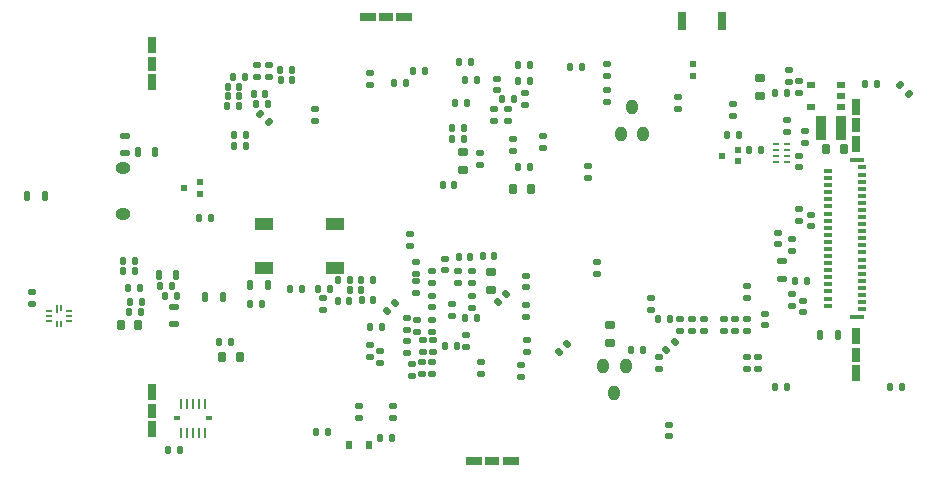
<source format=gbp>
G04*
G04 #@! TF.GenerationSoftware,Altium Limited,Altium Designer,22.2.1 (43)*
G04*
G04 Layer_Color=128*
%FSLAX25Y25*%
%MOIN*%
G70*
G04*
G04 #@! TF.SameCoordinates,6C9F7B6B-14DB-4A3D-A1FA-6D2C2168172C*
G04*
G04*
G04 #@! TF.FilePolarity,Positive*
G04*
G01*
G75*
%ADD25R,0.03150X0.05512*%
%ADD26R,0.03150X0.04921*%
%ADD27R,0.05512X0.03150*%
%ADD28R,0.04921X0.03150*%
G04:AMPARAMS|DCode=29|XSize=23.62mil|YSize=19.68mil|CornerRadius=3.94mil|HoleSize=0mil|Usage=FLASHONLY|Rotation=0.000|XOffset=0mil|YOffset=0mil|HoleType=Round|Shape=RoundedRectangle|*
%AMROUNDEDRECTD29*
21,1,0.02362,0.01181,0,0,0.0*
21,1,0.01575,0.01968,0,0,0.0*
1,1,0.00787,0.00787,-0.00591*
1,1,0.00787,-0.00787,-0.00591*
1,1,0.00787,-0.00787,0.00591*
1,1,0.00787,0.00787,0.00591*
%
%ADD29ROUNDEDRECTD29*%
G04:AMPARAMS|DCode=32|XSize=23.62mil|YSize=19.68mil|CornerRadius=3.94mil|HoleSize=0mil|Usage=FLASHONLY|Rotation=90.000|XOffset=0mil|YOffset=0mil|HoleType=Round|Shape=RoundedRectangle|*
%AMROUNDEDRECTD32*
21,1,0.02362,0.01181,0,0,90.0*
21,1,0.01575,0.01968,0,0,90.0*
1,1,0.00787,0.00591,0.00787*
1,1,0.00787,0.00591,-0.00787*
1,1,0.00787,-0.00591,-0.00787*
1,1,0.00787,-0.00591,0.00787*
%
%ADD32ROUNDEDRECTD32*%
%ADD51R,0.01968X0.02362*%
%ADD61R,0.04528X0.01181*%
%ADD62R,0.03150X0.01181*%
%ADD63R,0.02559X0.01181*%
G04:AMPARAMS|DCode=64|XSize=31.5mil|YSize=19.68mil|CornerRadius=2.76mil|HoleSize=0mil|Usage=FLASHONLY|Rotation=180.000|XOffset=0mil|YOffset=0mil|HoleType=Round|Shape=RoundedRectangle|*
%AMROUNDEDRECTD64*
21,1,0.03150,0.01417,0,0,180.0*
21,1,0.02598,0.01968,0,0,180.0*
1,1,0.00551,-0.01299,0.00709*
1,1,0.00551,0.01299,0.00709*
1,1,0.00551,0.01299,-0.00709*
1,1,0.00551,-0.01299,-0.00709*
%
%ADD64ROUNDEDRECTD64*%
G04:AMPARAMS|DCode=65|XSize=31.5mil|YSize=19.68mil|CornerRadius=2.76mil|HoleSize=0mil|Usage=FLASHONLY|Rotation=270.000|XOffset=0mil|YOffset=0mil|HoleType=Round|Shape=RoundedRectangle|*
%AMROUNDEDRECTD65*
21,1,0.03150,0.01417,0,0,270.0*
21,1,0.02598,0.01968,0,0,270.0*
1,1,0.00551,-0.00709,-0.01299*
1,1,0.00551,-0.00709,0.01299*
1,1,0.00551,0.00709,0.01299*
1,1,0.00551,0.00709,-0.01299*
%
%ADD65ROUNDEDRECTD65*%
G04:AMPARAMS|DCode=66|XSize=23.62mil|YSize=19.68mil|CornerRadius=3.94mil|HoleSize=0mil|Usage=FLASHONLY|Rotation=45.000|XOffset=0mil|YOffset=0mil|HoleType=Round|Shape=RoundedRectangle|*
%AMROUNDEDRECTD66*
21,1,0.02362,0.01181,0,0,45.0*
21,1,0.01575,0.01968,0,0,45.0*
1,1,0.00787,0.00974,0.00139*
1,1,0.00787,-0.00139,-0.00974*
1,1,0.00787,-0.00974,-0.00139*
1,1,0.00787,0.00139,0.00974*
%
%ADD66ROUNDEDRECTD66*%
G04:AMPARAMS|DCode=67|XSize=35.43mil|YSize=23.62mil|CornerRadius=4.72mil|HoleSize=0mil|Usage=FLASHONLY|Rotation=270.000|XOffset=0mil|YOffset=0mil|HoleType=Round|Shape=RoundedRectangle|*
%AMROUNDEDRECTD67*
21,1,0.03543,0.01417,0,0,270.0*
21,1,0.02598,0.02362,0,0,270.0*
1,1,0.00945,-0.00709,-0.01299*
1,1,0.00945,-0.00709,0.01299*
1,1,0.00945,0.00709,0.01299*
1,1,0.00945,0.00709,-0.01299*
%
%ADD67ROUNDEDRECTD67*%
%ADD69R,0.03346X0.07874*%
G04:AMPARAMS|DCode=70|XSize=35.43mil|YSize=23.62mil|CornerRadius=4.72mil|HoleSize=0mil|Usage=FLASHONLY|Rotation=180.000|XOffset=0mil|YOffset=0mil|HoleType=Round|Shape=RoundedRectangle|*
%AMROUNDEDRECTD70*
21,1,0.03543,0.01417,0,0,180.0*
21,1,0.02598,0.02362,0,0,180.0*
1,1,0.00945,-0.01299,0.00709*
1,1,0.00945,0.01299,0.00709*
1,1,0.00945,0.01299,-0.00709*
1,1,0.00945,-0.01299,-0.00709*
%
%ADD70ROUNDEDRECTD70*%
G04:AMPARAMS|DCode=150|XSize=23.62mil|YSize=19.68mil|CornerRadius=3.94mil|HoleSize=0mil|Usage=FLASHONLY|Rotation=315.000|XOffset=0mil|YOffset=0mil|HoleType=Round|Shape=RoundedRectangle|*
%AMROUNDEDRECTD150*
21,1,0.02362,0.01181,0,0,315.0*
21,1,0.01575,0.01968,0,0,315.0*
1,1,0.00787,0.00139,-0.00974*
1,1,0.00787,-0.00974,0.00139*
1,1,0.00787,-0.00139,0.00974*
1,1,0.00787,0.00974,-0.00139*
%
%ADD150ROUNDEDRECTD150*%
%ADD151O,0.04000X0.05000*%
%ADD152R,0.02362X0.01969*%
%ADD154R,0.02224X0.00787*%
%ADD155R,0.00984X0.03248*%
%ADD156R,0.01870X0.01181*%
%ADD157R,0.05906X0.04134*%
%ADD158R,0.03150X0.02362*%
%ADD159R,0.02217X0.00866*%
%ADD160R,0.00866X0.02217*%
%ADD161R,0.00866X0.02610*%
%ADD162R,0.02362X0.03150*%
%ADD163R,0.03150X0.06299*%
%ADD164O,0.05000X0.04000*%
D25*
X56520Y131378D02*
D03*
Y143622D02*
D03*
X56520Y15764D02*
D03*
Y28008D02*
D03*
X291339Y34429D02*
D03*
Y46673D02*
D03*
Y110807D02*
D03*
Y123051D02*
D03*
D26*
X56520Y137500D02*
D03*
X56520Y21886D02*
D03*
X291339Y40551D02*
D03*
Y116929D02*
D03*
D27*
X176161Y5098D02*
D03*
X163917D02*
D03*
X140740Y152980D02*
D03*
X128496D02*
D03*
D28*
X170039Y5098D02*
D03*
X134618Y152980D02*
D03*
D29*
X150001Y52106D02*
D03*
Y48169D02*
D03*
X260975Y54213D02*
D03*
X255050Y39732D02*
D03*
X258672Y39771D02*
D03*
X223110Y55471D02*
D03*
X181575Y45415D02*
D03*
X268448Y114764D02*
D03*
Y118701D02*
D03*
X272355Y102906D02*
D03*
Y106843D02*
D03*
X181391Y56966D02*
D03*
X204820Y67301D02*
D03*
X247389Y48307D02*
D03*
X240669Y48386D02*
D03*
X236693Y48465D02*
D03*
X255039Y48346D02*
D03*
X250995Y48307D02*
D03*
X225590Y39724D02*
D03*
Y35787D02*
D03*
X265158Y77284D02*
D03*
Y81221D02*
D03*
X273727Y54616D02*
D03*
Y58553D02*
D03*
X254894Y63307D02*
D03*
Y59370D02*
D03*
X270000Y75079D02*
D03*
Y79016D02*
D03*
X181575Y41478D02*
D03*
X161334Y43027D02*
D03*
Y46964D02*
D03*
X250276Y123976D02*
D03*
Y120039D02*
D03*
X272173Y85203D02*
D03*
Y89140D02*
D03*
X276299Y83234D02*
D03*
Y87171D02*
D03*
X113591Y59434D02*
D03*
Y55497D02*
D03*
X125601Y23336D02*
D03*
Y19399D02*
D03*
X129241Y43747D02*
D03*
Y39810D02*
D03*
X132791Y41766D02*
D03*
Y37829D02*
D03*
X136991Y23436D02*
D03*
Y19499D02*
D03*
X141496Y52715D02*
D03*
Y48778D02*
D03*
X141732Y44998D02*
D03*
Y41061D02*
D03*
X16772Y57559D02*
D03*
Y61496D02*
D03*
X142491Y76819D02*
D03*
Y80756D02*
D03*
X110991Y122266D02*
D03*
Y118329D02*
D03*
X91746Y133118D02*
D03*
Y137055D02*
D03*
X129291Y130529D02*
D03*
Y134466D02*
D03*
X95591Y133129D02*
D03*
Y137066D02*
D03*
X149960Y37966D02*
D03*
Y34029D02*
D03*
X150303Y45266D02*
D03*
Y41329D02*
D03*
X143282Y37324D02*
D03*
Y33387D02*
D03*
X146491Y34029D02*
D03*
Y37966D02*
D03*
X146903Y45370D02*
D03*
Y41433D02*
D03*
X145003Y52062D02*
D03*
Y48125D02*
D03*
X144755Y61141D02*
D03*
Y65078D02*
D03*
X149900Y64419D02*
D03*
Y68356D02*
D03*
X149907Y60209D02*
D03*
Y56272D02*
D03*
X144791Y71466D02*
D03*
Y67529D02*
D03*
X156680Y53476D02*
D03*
Y57413D02*
D03*
X154449Y72557D02*
D03*
Y68620D02*
D03*
X179507Y37060D02*
D03*
Y33123D02*
D03*
X166360Y37900D02*
D03*
Y33963D02*
D03*
X228976Y13240D02*
D03*
Y17177D02*
D03*
X236693Y52402D02*
D03*
X232716Y52284D02*
D03*
Y48346D02*
D03*
X181391Y53029D02*
D03*
X240669Y52323D02*
D03*
X247389Y52244D02*
D03*
X260975Y50276D02*
D03*
X250995Y52244D02*
D03*
X255039Y52284D02*
D03*
X255050Y35795D02*
D03*
X158531Y68416D02*
D03*
Y64479D02*
D03*
X165931Y107716D02*
D03*
Y103779D02*
D03*
X170603Y122370D02*
D03*
Y118433D02*
D03*
X175349Y122439D02*
D03*
Y118501D02*
D03*
X171550Y128582D02*
D03*
Y132518D02*
D03*
X177111Y112492D02*
D03*
Y108555D02*
D03*
X181011Y123855D02*
D03*
Y127792D02*
D03*
X201903Y103270D02*
D03*
Y99333D02*
D03*
X186903Y113466D02*
D03*
Y109529D02*
D03*
X208403Y124725D02*
D03*
Y128662D02*
D03*
X269951Y60682D02*
D03*
Y56745D02*
D03*
X268837Y135385D02*
D03*
Y131448D02*
D03*
X231850Y122362D02*
D03*
Y126299D02*
D03*
X208403Y137270D02*
D03*
Y133333D02*
D03*
X272165Y127717D02*
D03*
Y131653D02*
D03*
X274174Y111134D02*
D03*
Y115071D02*
D03*
X163231Y68316D02*
D03*
Y64379D02*
D03*
X163431Y60116D02*
D03*
Y56179D02*
D03*
X181403Y62925D02*
D03*
Y66862D02*
D03*
X223110Y59407D02*
D03*
X258672Y35834D02*
D03*
X204820Y71238D02*
D03*
D32*
X94459Y127297D02*
D03*
X90522D02*
D03*
X225276Y52323D02*
D03*
X302552Y29740D02*
D03*
X306488D02*
D03*
X61992Y8760D02*
D03*
X65929D02*
D03*
X259629Y108800D02*
D03*
X255692D02*
D03*
X271102Y65116D02*
D03*
X82992Y44826D02*
D03*
X79055D02*
D03*
X220315Y42165D02*
D03*
X216378D02*
D03*
X252150Y113820D02*
D03*
X248213D02*
D03*
X93268Y57480D02*
D03*
X89331D02*
D03*
X76260Y86221D02*
D03*
X72323D02*
D03*
X53307Y57992D02*
D03*
X49370D02*
D03*
X49092Y54580D02*
D03*
X53029D02*
D03*
X59324Y63472D02*
D03*
X63261D02*
D03*
X51024Y68347D02*
D03*
X47087D02*
D03*
X52480Y62598D02*
D03*
X48543D02*
D03*
X60905Y59921D02*
D03*
X64842D02*
D03*
X115959Y62497D02*
D03*
X112022D02*
D03*
X102722D02*
D03*
X106659D02*
D03*
X51024Y71750D02*
D03*
X47087D02*
D03*
X115315Y14724D02*
D03*
X111378D02*
D03*
X136609Y12637D02*
D03*
X132672D02*
D03*
X133259Y49797D02*
D03*
X129322D02*
D03*
X122436Y58371D02*
D03*
X118499D02*
D03*
X118654Y65329D02*
D03*
X122591D02*
D03*
X126423Y62164D02*
D03*
X122486D02*
D03*
X126465Y65523D02*
D03*
X130402D02*
D03*
X126480Y58853D02*
D03*
X130418D02*
D03*
X87822Y110197D02*
D03*
X83885D02*
D03*
X87822Y113697D02*
D03*
X83885D02*
D03*
X85659Y123331D02*
D03*
X81722D02*
D03*
X91222Y123997D02*
D03*
X95159D02*
D03*
X85759Y126664D02*
D03*
X81822D02*
D03*
X85759Y129897D02*
D03*
X81822D02*
D03*
X87559Y133197D02*
D03*
X83622D02*
D03*
X141176Y130997D02*
D03*
X137239D02*
D03*
X103447Y132126D02*
D03*
X99510D02*
D03*
X103247Y135526D02*
D03*
X99310D02*
D03*
X158189Y43268D02*
D03*
X154252D02*
D03*
X161022Y52797D02*
D03*
X164959D02*
D03*
X268150Y29685D02*
D03*
X264213D02*
D03*
X162776Y72997D02*
D03*
X158839D02*
D03*
X157429Y97220D02*
D03*
X153491D02*
D03*
X160676Y112497D02*
D03*
X156739D02*
D03*
X160676Y115997D02*
D03*
X156739D02*
D03*
X178643Y103223D02*
D03*
X182580D02*
D03*
X157631Y124497D02*
D03*
X161568D02*
D03*
X161131Y131997D02*
D03*
X165068D02*
D03*
X143735Y135097D02*
D03*
X147672D02*
D03*
X162942Y137997D02*
D03*
X159005D02*
D03*
X177376Y125597D02*
D03*
X173439D02*
D03*
X178659Y137023D02*
D03*
X182596D02*
D03*
X182680Y131623D02*
D03*
X178743D02*
D03*
X268354Y127815D02*
D03*
X264417D02*
D03*
X196131Y136497D02*
D03*
X200068D02*
D03*
X294449Y130827D02*
D03*
X298386D02*
D03*
X166831Y73497D02*
D03*
X170768D02*
D03*
X229213Y52323D02*
D03*
X275039Y65116D02*
D03*
D51*
X237060Y137389D02*
D03*
Y133451D02*
D03*
D61*
X291772Y53116D02*
D03*
Y105478D02*
D03*
D62*
X293252Y55675D02*
D03*
Y62762D02*
D03*
Y60400D02*
D03*
Y58038D02*
D03*
X293250Y79297D02*
D03*
Y95833D02*
D03*
Y102919D02*
D03*
Y65124D02*
D03*
Y69849D02*
D03*
Y67486D02*
D03*
Y76935D02*
D03*
Y74573D02*
D03*
Y72211D02*
D03*
Y86384D02*
D03*
Y84022D02*
D03*
Y81660D02*
D03*
Y93471D02*
D03*
Y91108D02*
D03*
Y88746D02*
D03*
Y100557D02*
D03*
Y98195D02*
D03*
D63*
X281929Y63943D02*
D03*
Y59219D02*
D03*
Y61581D02*
D03*
Y56856D02*
D03*
X281931Y71030D02*
D03*
Y94652D02*
D03*
Y87565D02*
D03*
Y68668D02*
D03*
Y66306D02*
D03*
Y75754D02*
D03*
Y73392D02*
D03*
Y78116D02*
D03*
Y80478D02*
D03*
Y85203D02*
D03*
Y82840D02*
D03*
Y92289D02*
D03*
Y89927D02*
D03*
Y99376D02*
D03*
Y97014D02*
D03*
Y101738D02*
D03*
D64*
X63882Y50566D02*
D03*
Y56471D02*
D03*
X47480Y113543D02*
D03*
Y107638D02*
D03*
X266496Y65715D02*
D03*
Y71621D02*
D03*
D65*
X21024Y93504D02*
D03*
X15118D02*
D03*
X279370Y47087D02*
D03*
X285276D02*
D03*
X64772Y67226D02*
D03*
X58867D02*
D03*
X74410Y59567D02*
D03*
X80315D02*
D03*
X95276Y63819D02*
D03*
X89370D02*
D03*
X57795Y107992D02*
D03*
X51890D02*
D03*
D66*
X95540Y118066D02*
D03*
X92757Y120850D02*
D03*
X306088Y130252D02*
D03*
X308872Y127468D02*
D03*
D67*
X86024Y39646D02*
D03*
X80118D02*
D03*
X46187Y50500D02*
D03*
X52093D02*
D03*
X182964Y95623D02*
D03*
X177058D02*
D03*
X281407Y109000D02*
D03*
X287313D02*
D03*
D69*
X286282Y115928D02*
D03*
X279786D02*
D03*
D70*
X209275Y50400D02*
D03*
X160250Y102225D02*
D03*
Y108130D02*
D03*
X259291Y126890D02*
D03*
Y132795D02*
D03*
X169511Y62174D02*
D03*
Y68080D02*
D03*
X209275Y44495D02*
D03*
D150*
X137750Y57888D02*
D03*
X134966Y55104D02*
D03*
X230880Y44738D02*
D03*
X195082Y44146D02*
D03*
X192299Y41362D02*
D03*
X228096Y41954D02*
D03*
X171879Y58085D02*
D03*
X174662Y60869D02*
D03*
D151*
X210760Y27760D02*
D03*
X214510Y36760D02*
D03*
X207010D02*
D03*
X216640Y123220D02*
D03*
X212890Y114220D02*
D03*
X220390D02*
D03*
D152*
X72579Y94051D02*
D03*
X67461Y96020D02*
D03*
X72579Y97989D02*
D03*
X246761Y106880D02*
D03*
X251879Y108849D02*
D03*
Y104911D02*
D03*
D154*
X264590Y106816D02*
D03*
Y108784D02*
D03*
Y110753D02*
D03*
Y104847D02*
D03*
X268330Y110753D02*
D03*
Y104847D02*
D03*
Y106816D02*
D03*
Y108784D02*
D03*
D155*
X66344Y14445D02*
D03*
X68312D02*
D03*
X72250D02*
D03*
X74218D02*
D03*
X68312Y24209D02*
D03*
X70281D02*
D03*
X74218D02*
D03*
X70281Y14445D02*
D03*
X66344Y24209D02*
D03*
X72250D02*
D03*
D156*
X64965Y19327D02*
D03*
X75596D02*
D03*
D157*
X117714Y69315D02*
D03*
X94092D02*
D03*
Y84079D02*
D03*
X117714D02*
D03*
D158*
X286455Y126718D02*
D03*
X276219Y122978D02*
D03*
X286455D02*
D03*
X276219Y130458D02*
D03*
X286455D02*
D03*
D159*
X22264Y54961D02*
D03*
Y53386D02*
D03*
Y51811D02*
D03*
X28917Y53386D02*
D03*
Y54961D02*
D03*
Y51811D02*
D03*
D160*
X26378Y55925D02*
D03*
X26378Y50846D02*
D03*
X24803D02*
D03*
D161*
Y55728D02*
D03*
D162*
X122184Y10297D02*
D03*
X128877D02*
D03*
D163*
X246754Y151894D02*
D03*
X233368D02*
D03*
D164*
X47047Y102630D02*
D03*
Y87528D02*
D03*
M02*

</source>
